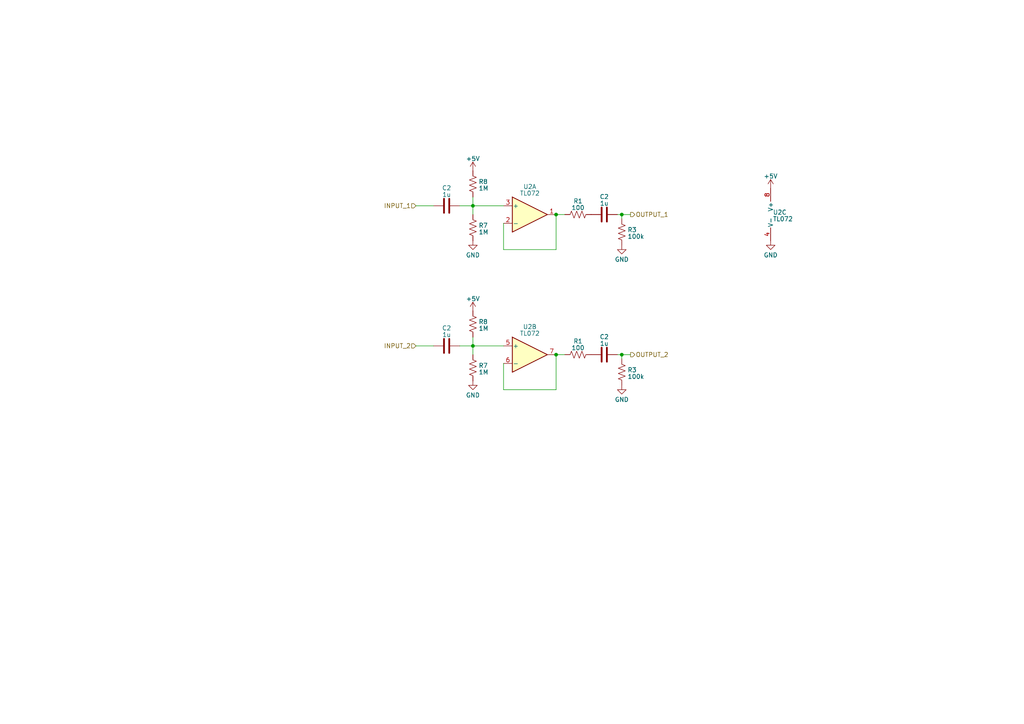
<source format=kicad_sch>
(kicad_sch (version 20230121) (generator eeschema)
  (paper "A4")
  (lib_symbols
    (symbol "Amplifier_Operational:TL072" (pin_names (offset 0.127))
      (property "Reference" "U" (at 0 5.08 0))
      (property "Value" "TL072" (at 0 -5.08 0))
      (symbol "TL072_1_1"
        (polyline (pts (xy -5.08 5.08) (xy 5.08 0) (xy -5.08 -5.08) (xy -5.08 5.08)) (stroke (width 0.254)) (fill (type background)))
        (pin output line (at 7.62 0 180) (length 2.54) (name "~") (number "1"))
        (pin input line (at -7.62 -2.54 0) (length 2.54) (name "-") (number "2"))
        (pin input line (at -7.62 2.54 0) (length 2.54) (name "+") (number "3"))
      )
      (symbol "TL072_2_1"
        (polyline (pts (xy -5.08 5.08) (xy 5.08 0) (xy -5.08 -5.08) (xy -5.08 5.08)) (stroke (width 0.254)) (fill (type background)))
        (pin input line (at -7.62 2.54 0) (length 2.54) (name "+") (number "5"))
        (pin input line (at -7.62 -2.54 0) (length 2.54) (name "-") (number "6"))
        (pin output line (at 7.62 0 180) (length 2.54) (name "~") (number "7"))
      )
      (symbol "TL072_3_1"
        (pin power_in line (at -2.54 -7.62 90) (length 3.81) (name "V-") (number "4"))
        (pin power_in line (at -2.54 7.62 270) (length 3.81) (name "V+") (number "8"))
      )
    )
    (symbol "Device:C" (pin_numbers hide) (pin_names (offset 0.254))
      (property "Reference" "C" (at 0.635 2.54 0))
      (property "Value" "C" (at 0.635 -2.54 0))
      (symbol "C_0_1"
        (polyline (pts (xy -2.032 -0.762) (xy 2.032 -0.762)) (stroke (width 0.508)))
        (polyline (pts (xy -2.032 0.762) (xy 2.032 0.762)) (stroke (width 0.508)))
      )
      (symbol "C_1_1"
        (pin passive line (at 0 3.81 270) (length 2.794) (name "~") (number "1"))
        (pin passive line (at 0 -3.81 90) (length 2.794) (name "~") (number "2"))
      )
    )
    (symbol "Device:R_US" (pin_numbers hide) (pin_names (offset 0))
      (property "Reference" "R" (at 2.54 0 90))
      (property "Value" "R_US" (at -2.54 0 90))
      (symbol "R_US_0_1"
        (polyline (pts (xy 0 -2.286) (xy 0 -2.54)))
        (polyline (pts (xy 0 2.286) (xy 0 2.54)))
        (polyline (pts (xy 0 -0.762) (xy 1.016 -1.143) (xy 0 -1.524) (xy -1.016 -1.905) (xy 0 -2.286)))
        (polyline (pts (xy 0 0.762) (xy 1.016 0.381) (xy 0 0) (xy -1.016 -0.381) (xy 0 -0.762)))
        (polyline (pts (xy 0 2.286) (xy 1.016 1.905) (xy 0 1.524) (xy -1.016 1.143) (xy 0 0.762)))
      )
      (symbol "R_US_1_1"
        (pin passive line (at 0 3.81 270) (length 1.27) (name "~") (number "1"))
        (pin passive line (at 0 -3.81 90) (length 1.27) (name "~") (number "2"))
      )
    )
    (symbol "power:+5V" (power) (pin_names (offset 0))
      (property "Value" "+5V" (at 0 3.556 0))
      (symbol "+5V_0_1"
        (polyline (pts (xy -0.762 1.27) (xy 0 2.54)))
        (polyline (pts (xy 0 0) (xy 0 2.54)))
        (polyline (pts (xy 0 2.54) (xy 0.762 1.27)))
      )
      (symbol "+5V_1_1"
        (pin power_in line (at 0 0 90) (length 0) hide (name "+5V") (number "1"))
      )
    )
    (symbol "power:GND" (power) (pin_names (offset 0))
      (property "Value" "GND" (at 0 -3.81 0))
      (symbol "GND_0_1"
        (polyline (pts (xy 0 0) (xy 0 -1.27) (xy 1.27 -1.27) (xy 0 -2.54) (xy -1.27 -1.27) (xy 0 -1.27)))
      )
      (symbol "GND_1_1"
        (pin power_in line (at 0 0 270) (length 0) hide (name "GND") (number "1"))
      )
    )
  )
  (junction (at 180.34 62.23))
  (junction (at 161.29 62.23))
  (junction (at 137.16 59.69))
  (junction (at 137.16 100.33))
  (junction (at 161.29 102.87))
  (junction (at 180.34 102.87))
  (wire (pts (xy 137.16 97.79) (xy 137.16 100.33)))
  (wire (pts (xy 137.16 100.33) (xy 146.05 100.33)))
  (wire (pts (xy 120.65 100.33) (xy 125.73 100.33)))
  (wire (pts (xy 161.29 102.87) (xy 161.29 113.03)))
  (wire (pts (xy 161.29 62.23) (xy 163.83 62.23)))
  (wire (pts (xy 180.34 102.87) (xy 182.88 102.87)))
  (wire (pts (xy 137.16 100.33) (xy 137.16 102.87)))
  (wire (pts (xy 146.05 64.77) (xy 146.05 72.39)))
  (wire (pts (xy 161.29 62.23) (xy 161.29 72.39)))
  (wire (pts (xy 180.34 62.23) (xy 180.34 63.5)))
  (wire (pts (xy 179.07 102.87) (xy 180.34 102.87)))
  (wire (pts (xy 161.29 102.87) (xy 163.83 102.87)))
  (wire (pts (xy 120.65 59.69) (xy 125.73 59.69)))
  (wire (pts (xy 179.07 62.23) (xy 180.34 62.23)))
  (wire (pts (xy 133.35 100.33) (xy 137.16 100.33)))
  (wire (pts (xy 146.05 72.39) (xy 161.29 72.39)))
  (wire (pts (xy 133.35 59.69) (xy 137.16 59.69)))
  (wire (pts (xy 137.16 59.69) (xy 146.05 59.69)))
  (wire (pts (xy 146.05 105.41) (xy 146.05 113.03)))
  (wire (pts (xy 146.05 113.03) (xy 161.29 113.03)))
  (wire (pts (xy 137.16 59.69) (xy 137.16 62.23)))
  (wire (pts (xy 180.34 62.23) (xy 182.88 62.23)))
  (wire (pts (xy 180.34 102.87) (xy 180.34 104.14)))
  (wire (pts (xy 137.16 57.15) (xy 137.16 59.69)))
  (hierarchical_label "OUTPUT_1" (shape output) (at 182.88 62.23 0))
  (hierarchical_label "OUTPUT_2" (shape output) (at 182.88 102.87 0))
  (hierarchical_label "INPUT_2" (shape input) (at 120.65 100.33 180))
  (hierarchical_label "INPUT_1" (shape input) (at 120.65 59.69 180))
  (symbol (lib_id "Device:R_US") (at 137.16 66.04 0) (unit 1)
    (property "Reference" "R7" (at 138.811 65.3963 0) (effects (justify left)))
    (property "Value" "1M" (at 138.811 67.3173 0) (effects (justify left)))
    (instances (project "body" (path "" (reference "R7") (unit 1)) (path "" (reference "R7") (unit 1)) (path "" (reference "R7") (unit 1)) (path "" (reference "R30") (unit 1))))
  )
  (symbol (lib_id "power:+5V") (at 223.52 54.61 0) (unit 1)
    (property "Reference" "#PWR01" (effects hide))
    (property "Value" "+5V" (at 223.52 51.1081 0))
    (instances (project "body" (path "" (reference "#PWR01") (unit 1)) (path "" (reference "#PWR01") (unit 1)) (path "" (reference "#PWR01") (unit 1)) (path "" (reference "#PWR01") (unit 1)) (path "" (reference "#PWR019") (unit 1))))
  )
  (symbol (lib_id "Device:C") (at 129.54 100.33 270) (unit 1)
    (property "Reference" "C2" (at 129.54 95.1611 90))
    (property "Value" "1u" (at 129.54 97.0821 90))
    (instances (project "body" (path "" (reference "C2") (unit 1)) (path "" (reference "C2") (unit 1)) (path "" (reference "C2") (unit 1)) (path "" (reference "C7") (unit 1))))
  )
  (symbol (lib_id "power:GND") (at 180.34 71.12 0) (unit 1)
    (property "Reference" "#PWR05" (effects hide))
    (property "Value" "GND" (at 180.34 75.2555 0))
    (instances (project "body" (path "" (reference "#PWR05") (unit 1)) (path "" (reference "#PWR05") (unit 1)) (path "" (reference "#PWR05") (unit 1)) (path "" (reference "#PWR011") (unit 1))))
  )
  (symbol (lib_id "Device:R_US") (at 137.16 93.98 0) (unit 1)
    (property "Reference" "R8" (at 138.811 93.3363 0) (effects (justify left)))
    (property "Value" "1M" (at 138.811 95.2573 0) (effects (justify left)))
    (instances (project "body" (path "" (reference "R8") (unit 1)) (path "" (reference "R8") (unit 1)) (path "" (reference "R8") (unit 1)) (path "" (reference "R17") (unit 1))))
  )
  (symbol (lib_id "Amplifier_Operational:TL072") (at 226.06 62.23 0) (unit 3)
    (property "Reference" "U2" (at 224.155 61.5863 0) (effects (justify left)))
    (property "Value" "TL072" (at 224.155 63.5073 0) (effects (justify left)))
    (property "Datasheet" "http://www.ti.com/lit/ds/symlink/tl071.pdf" (effects hide))
    (instances (project "body" (path "" (reference "U2") (unit 3)) (path "" (reference "U2") (unit 3)) (path "" (reference "U2") (unit 3)) (path "" (reference "U2") (unit 3)) (path "" (reference "U1") (unit 3))))
  )
  (symbol (lib_id "Device:R_US") (at 180.34 67.31 0) (unit 1)
    (property "Reference" "R3" (at 181.991 66.6663 0) (effects (justify left)))
    (property "Value" "100k" (at 181.991 68.5873 0) (effects (justify left)))
    (instances (project "body" (path "" (reference "R3") (unit 1)) (path "" (reference "R3") (unit 1)) (path "" (reference "R3") (unit 1)) (path "" (reference "R33") (unit 1))))
  )
  (symbol (lib_id "Device:R_US") (at 180.34 107.95 0) (unit 1)
    (property "Reference" "R3" (at 181.991 107.3063 0) (effects (justify left)))
    (property "Value" "100k" (at 181.991 109.2273 0) (effects (justify left)))
    (instances (project "body" (path "" (reference "R3") (unit 1)) (path "" (reference "R3") (unit 1)) (path "" (reference "R3") (unit 1)) (path "" (reference "R20") (unit 1))))
  )
  (symbol (lib_id "Device:C") (at 175.26 102.87 270) (unit 1)
    (property "Reference" "C2" (at 175.26 97.7011 90))
    (property "Value" "1u" (at 175.26 99.6221 90))
    (instances (project "body" (path "" (reference "C2") (unit 1)) (path "" (reference "C2") (unit 1)) (path "" (reference "C2") (unit 1)) (path "" (reference "C8") (unit 1))))
  )
  (symbol (lib_id "power:+5V") (at 137.16 49.53 0) (unit 1)
    (property "Reference" "#PWR01" (effects hide))
    (property "Value" "+5V" (at 137.16 46.0281 0))
    (instances (project "body" (path "" (reference "#PWR01") (unit 1)) (path "" (reference "#PWR06") (unit 1)) (path "" (reference "#PWR01") (unit 1)) (path "" (reference "#PWR01") (unit 1)) (path "" (reference "#PWR015") (unit 1))))
  )
  (symbol (lib_id "Device:R_US") (at 137.16 53.34 0) (unit 1)
    (property "Reference" "R8" (at 138.811 52.6963 0) (effects (justify left)))
    (property "Value" "1M" (at 138.811 54.6173 0) (effects (justify left)))
    (instances (project "body" (path "" (reference "R8") (unit 1)) (path "" (reference "R8") (unit 1)) (path "" (reference "R8") (unit 1)) (path "" (reference "R29") (unit 1))))
  )
  (symbol (lib_id "Device:R_US") (at 137.16 106.68 0) (unit 1)
    (property "Reference" "R7" (at 138.811 106.0363 0) (effects (justify left)))
    (property "Value" "1M" (at 138.811 107.9573 0) (effects (justify left)))
    (instances (project "body" (path "" (reference "R7") (unit 1)) (path "" (reference "R7") (unit 1)) (path "" (reference "R7") (unit 1)) (path "" (reference "R18") (unit 1))))
  )
  (symbol (lib_id "power:GND") (at 137.16 69.85 0) (unit 1)
    (property "Reference" "#PWR05" (effects hide))
    (property "Value" "GND" (at 137.16 73.9855 0))
    (instances (project "body" (path "" (reference "#PWR05") (unit 1)) (path "" (reference "#PWR05") (unit 1)) (path "" (reference "#PWR05") (unit 1)) (path "" (reference "#PWR016") (unit 1))))
  )
  (symbol (lib_id "Device:C") (at 175.26 62.23 270) (unit 1)
    (property "Reference" "C2" (at 175.26 57.0611 90))
    (property "Value" "1u" (at 175.26 58.9821 90))
    (instances (project "body" (path "" (reference "C2") (unit 1)) (path "" (reference "C2") (unit 1)) (path "" (reference "C2") (unit 1)) (path "" (reference "C13") (unit 1))))
  )
  (symbol (lib_id "Amplifier_Operational:TL072") (at 153.67 62.23 0) (unit 1)
    (property "Reference" "U2" (at 153.67 54.1401 0))
    (property "Value" "TL072" (at 153.67 56.0611 0))
    (property "Datasheet" "http://www.ti.com/lit/ds/symlink/tl071.pdf" (effects hide))
    (instances (project "body" (path "" (reference "U2") (unit 1)) (path "" (reference "U2") (unit 1)) (path "" (reference "U2") (unit 1)) (path "" (reference "U2") (unit 1)) (path "" (reference "U1") (unit 1))))
  )
  (symbol (lib_id "power:GND") (at 180.34 111.76 0) (unit 1)
    (property "Reference" "#PWR05" (effects hide))
    (property "Value" "GND" (at 180.34 115.8955 0))
    (instances (project "body" (path "" (reference "#PWR05") (unit 1)) (path "" (reference "#PWR05") (unit 1)) (path "" (reference "#PWR05") (unit 1)) (path "" (reference "#PWR014") (unit 1))))
  )
  (symbol (lib_id "power:+5V") (at 137.16 90.17 0) (unit 1)
    (property "Reference" "#PWR01" (effects hide))
    (property "Value" "+5V" (at 137.16 86.6681 0))
    (instances (project "body" (path "" (reference "#PWR01") (unit 1)) (path "" (reference "#PWR06") (unit 1)) (path "" (reference "#PWR01") (unit 1)) (path "" (reference "#PWR01") (unit 1)) (path "" (reference "#PWR012") (unit 1))))
  )
  (symbol (lib_id "Device:R_US") (at 167.64 62.23 90) (unit 1)
    (property "Reference" "R1" (at 167.64 58.3311 90))
    (property "Value" "100" (at 167.64 60.2521 90))
    (instances (project "body" (path "" (reference "R1") (unit 1)) (path "" (reference "R1") (unit 1)) (path "" (reference "R1") (unit 1)) (path "" (reference "R27") (unit 1))))
  )
  (symbol (lib_id "power:GND") (at 223.52 69.85 0) (unit 1)
    (property "Reference" "#PWR02" (effects hide))
    (property "Value" "GND" (at 223.52 73.9855 0))
    (instances (project "body" (path "" (reference "#PWR02") (unit 1)) (path "" (reference "#PWR02") (unit 1)) (path "" (reference "#PWR02") (unit 1)) (path "" (reference "#PWR02") (unit 1)) (path "" (reference "#PWR020") (unit 1))))
  )
  (symbol (lib_id "power:GND") (at 137.16 110.49 0) (unit 1)
    (property "Reference" "#PWR05" (effects hide))
    (property "Value" "GND" (at 137.16 114.6255 0))
    (instances (project "body" (path "" (reference "#PWR05") (unit 1)) (path "" (reference "#PWR05") (unit 1)) (path "" (reference "#PWR05") (unit 1)) (path "" (reference "#PWR013") (unit 1))))
  )
  (symbol (lib_id "Amplifier_Operational:TL072") (at 153.67 102.87 0) (unit 2)
    (property "Reference" "U2" (at 153.67 94.7801 0))
    (property "Value" "TL072" (at 153.67 96.7011 0))
    (property "Datasheet" "http://www.ti.com/lit/ds/symlink/tl071.pdf" (effects hide))
    (instances (project "body" (path "" (reference "U2") (unit 2)) (path "" (reference "U2") (unit 2)) (path "" (reference "U2") (unit 2)) (path "" (reference "U2") (unit 2)) (path "" (reference "U1") (unit 2))))
  )
  (symbol (lib_id "Device:C") (at 129.54 59.69 270) (unit 1)
    (property "Reference" "C2" (at 129.54 54.5211 90))
    (property "Value" "1u" (at 129.54 56.4421 90))
    (instances (project "body" (path "" (reference "C2") (unit 1)) (path "" (reference "C2") (unit 1)) (path "" (reference "C2") (unit 1)) (path "" (reference "C9") (unit 1))))
  )
  (symbol (lib_id "Device:R_US") (at 167.64 102.87 90) (unit 1)
    (property "Reference" "R1" (at 167.64 98.9711 90))
    (property "Value" "100" (at 167.64 100.8921 90))
    (instances (project "body" (path "" (reference "R1") (unit 1)) (path "" (reference "R1") (unit 1)) (path "" (reference "R1") (unit 1)) (path "" (reference "R19") (unit 1))))
  )
)
</source>
